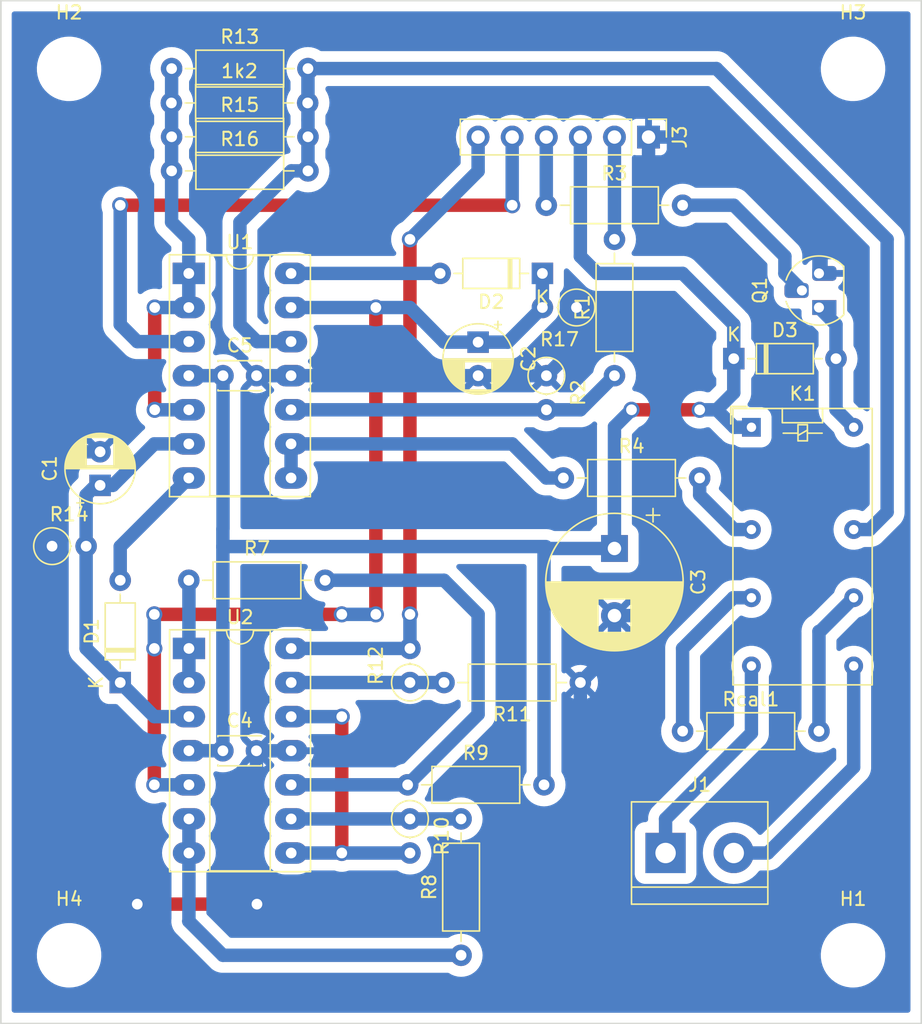
<source format=kicad_pcb>
(kicad_pcb (version 20211014) (generator pcbnew)

  (general
    (thickness 1.6)
  )

  (paper "A4")
  (layers
    (0 "F.Cu" signal)
    (31 "B.Cu" signal)
    (32 "B.Adhes" user "B.Adhesive")
    (33 "F.Adhes" user "F.Adhesive")
    (34 "B.Paste" user)
    (35 "F.Paste" user)
    (36 "B.SilkS" user "B.Silkscreen")
    (37 "F.SilkS" user "F.Silkscreen")
    (38 "B.Mask" user)
    (39 "F.Mask" user)
    (40 "Dwgs.User" user "User.Drawings")
    (41 "Cmts.User" user "User.Comments")
    (42 "Eco1.User" user "User.Eco1")
    (43 "Eco2.User" user "User.Eco2")
    (44 "Edge.Cuts" user)
    (45 "Margin" user)
    (46 "B.CrtYd" user "B.Courtyard")
    (47 "F.CrtYd" user "F.Courtyard")
    (48 "B.Fab" user)
    (49 "F.Fab" user)
    (50 "User.1" user)
    (51 "User.2" user)
    (52 "User.3" user)
    (53 "User.4" user)
    (54 "User.5" user)
    (55 "User.6" user)
    (56 "User.7" user)
    (57 "User.8" user)
    (58 "User.9" user)
  )

  (setup
    (stackup
      (layer "F.SilkS" (type "Top Silk Screen"))
      (layer "F.Paste" (type "Top Solder Paste"))
      (layer "F.Mask" (type "Top Solder Mask") (thickness 0.01))
      (layer "F.Cu" (type "copper") (thickness 0.035))
      (layer "dielectric 1" (type "core") (thickness 1.51) (material "FR4") (epsilon_r 4.5) (loss_tangent 0.02))
      (layer "B.Cu" (type "copper") (thickness 0.035))
      (layer "B.Mask" (type "Bottom Solder Mask") (thickness 0.01))
      (layer "B.Paste" (type "Bottom Solder Paste"))
      (layer "B.SilkS" (type "Bottom Silk Screen"))
      (copper_finish "None")
      (dielectric_constraints no)
    )
    (pad_to_mask_clearance 0)
    (pcbplotparams
      (layerselection 0x00010fc_ffffffff)
      (disableapertmacros false)
      (usegerberextensions false)
      (usegerberattributes true)
      (usegerberadvancedattributes true)
      (creategerberjobfile true)
      (svguseinch false)
      (svgprecision 6)
      (excludeedgelayer true)
      (plotframeref false)
      (viasonmask false)
      (mode 1)
      (useauxorigin false)
      (hpglpennumber 1)
      (hpglpenspeed 20)
      (hpglpendiameter 15.000000)
      (dxfpolygonmode true)
      (dxfimperialunits true)
      (dxfusepcbnewfont true)
      (psnegative false)
      (psa4output false)
      (plotreference true)
      (plotvalue true)
      (plotinvisibletext false)
      (sketchpadsonfab false)
      (subtractmaskfromsilk false)
      (outputformat 1)
      (mirror false)
      (drillshape 1)
      (scaleselection 1)
      (outputdirectory "")
    )
  )

  (net 0 "")
  (net 1 "GND")
  (net 2 "Net-(C2-Pad1)")
  (net 3 "VCC")
  (net 4 "Net-(D1-Pad2)")
  (net 5 "Net-(D2-Pad2)")
  (net 6 "Net-(D3-Pad2)")
  (net 7 "Net-(J1-Pad2)")
  (net 8 "+3.3V")
  (net 9 "relay_probe")
  (net 10 "freq_input")
  (net 11 "output")
  (net 12 "Net-(R13-Pad1)")
  (net 13 "Net-(Q1-Pad2)")
  (net 14 "Net-(R1-Pad1)")
  (net 15 "Net-(R4-Pad1)")
  (net 16 "Net-(R7-Pad1)")
  (net 17 "Net-(R7-Pad2)")
  (net 18 "Net-(R8-Pad1)")
  (net 19 "Net-(R10-Pad1)")
  (net 20 "Net-(R10-Pad2)")
  (net 21 "Net-(R11-Pad2)")
  (net 22 "Net-(K1-Pad13)")
  (net 23 "Net-(J1-Pad1)")
  (net 24 "Net-(C1-Pad1)")
  (net 25 "Net-(K1-Pad4)")
  (net 26 "Net-(K1-Pad6)")
  (net 27 "Net-(K1-Pad11)")

  (footprint "Resistor_THT:R_Axial_DIN0207_L6.3mm_D2.5mm_P10.16mm_Horizontal" (layer "F.Cu") (at 127 81.28 180))

  (footprint "Resistor_THT:R_Axial_DIN0207_L6.3mm_D2.5mm_P10.16mm_Horizontal" (layer "F.Cu") (at 96.52 38.1))

  (footprint "Resistor_THT:R_Axial_DIN0207_L6.3mm_D2.5mm_P10.16mm_Horizontal" (layer "F.Cu") (at 96.54 43.16))

  (footprint "Resistor_THT:R_Axial_DIN0207_L6.3mm_D2.5mm_P10.16mm_Horizontal" (layer "F.Cu") (at 114.13 88.9))

  (footprint "MountingHole:MountingHole_3.2mm_M3" (layer "F.Cu") (at 88.9 101.6))

  (footprint "Diode_THT:D_DO-35_SOD27_P7.62mm_Horizontal" (layer "F.Cu") (at 138.43 57.15))

  (footprint "MountingHole:MountingHole_3.2mm_M3" (layer "F.Cu") (at 147.32 101.6))

  (footprint "Package_DIP:DIP-14_W7.62mm_Socket_LongPads" (layer "F.Cu") (at 97.83 78.74))

  (footprint "Capacitor_THT:CP_Radial_D10.0mm_P5.00mm" (layer "F.Cu") (at 129.54 71.292323 -90))

  (footprint "Package_TO_SOT_THT:TO-92_HandSolder" (layer "F.Cu") (at 144.78 53.34 90))

  (footprint "Diode_THT:D_DO-35_SOD27_P7.62mm_Horizontal" (layer "F.Cu") (at 92.71 81.28 90))

  (footprint "Capacitor_THT:CP_Radial_D5.0mm_P2.50mm" (layer "F.Cu") (at 91.21 66.589 90))

  (footprint "Capacitor_THT:C_Disc_D3.0mm_W2.0mm_P2.50mm" (layer "F.Cu") (at 100.37 58.42))

  (footprint "Resistor_THT:R_Axial_DIN0207_L6.3mm_D2.5mm_P2.54mm_Vertical" (layer "F.Cu") (at 114.3 81.28 90))

  (footprint "Resistor_THT:R_Axial_DIN0207_L6.3mm_D2.5mm_P10.16mm_Horizontal" (layer "F.Cu") (at 96.54 35.54))

  (footprint "MountingHole:MountingHole_3.2mm_M3" (layer "F.Cu") (at 147.32 35.56))

  (footprint "Resistor_THT:R_Axial_DIN0207_L6.3mm_D2.5mm_P10.16mm_Horizontal" (layer "F.Cu") (at 134.62 84.9))

  (footprint "Capacitor_THT:C_Disc_D3.0mm_W2.0mm_P2.50mm" (layer "F.Cu") (at 100.36 86.365))

  (footprint "Resistor_THT:R_Axial_DIN0207_L6.3mm_D2.5mm_P2.54mm_Vertical" (layer "F.Cu") (at 114.3 91.44 -90))

  (footprint "Resistor_THT:R_Axial_DIN0207_L6.3mm_D2.5mm_P2.54mm_Vertical" (layer "F.Cu") (at 126.71 53.34 180))

  (footprint "Resistor_THT:R_Axial_DIN0207_L6.3mm_D2.5mm_P10.16mm_Horizontal" (layer "F.Cu") (at 97.82 73.66))

  (footprint "Resistor_THT:R_Axial_DIN0207_L6.3mm_D2.5mm_P2.54mm_Vertical" (layer "F.Cu") (at 124.47 58.42 -90))

  (footprint "Capacitor_THT:CP_Radial_D5.0mm_P2.50mm" (layer "F.Cu") (at 119.38 55.92 -90))

  (footprint "MountingHole:MountingHole_3.2mm_M3" (layer "F.Cu") (at 88.9 35.56))

  (footprint "TerminalBlock:TerminalBlock_bornier-2_P5.08mm" (layer "F.Cu") (at 133.35 93.98))

  (footprint "Resistor_THT:R_Axial_DIN0207_L6.3mm_D2.5mm_P10.16mm_Horizontal" (layer "F.Cu") (at 118.11 101.6 90))

  (footprint "Resistor_THT:R_Axial_DIN0207_L6.3mm_D2.5mm_P10.16mm_Horizontal" (layer "F.Cu") (at 125.73 66.04))

  (footprint "Resistor_THT:R_Axial_DIN0207_L6.3mm_D2.5mm_P10.16mm_Horizontal" (layer "F.Cu") (at 124.46 45.72))

  (footprint "Resistor_THT:R_Axial_DIN0207_L6.3mm_D2.5mm_P10.16mm_Horizontal" (layer "F.Cu") (at 96.54 40.62))

  (footprint "Relay_THT:Relay_DPDT_Omron_G5V-2" (layer "F.Cu") (at 139.7475 62.2625))

  (footprint "Resistor_THT:R_Axial_DIN0207_L6.3mm_D2.5mm_P10.16mm_Horizontal" (layer "F.Cu") (at 129.54 58.42 90))

  (footprint "Resistor_THT:R_Axial_DIN0207_L6.3mm_D2.5mm_P2.54mm_Vertical" (layer "F.Cu") (at 87.63 71.12))

  (footprint "Package_DIP:DIP-14_W7.62mm_Socket_LongPads" (layer "F.Cu") (at 97.82 50.8))

  (footprint "Diode_THT:D_DO-35_SOD27_P7.62mm_Horizontal" (layer "F.Cu") (at 124.17 50.8 180))

  (footprint "Connector_PinHeader_2.54mm:PinHeader_1x06_P2.54mm_Vertical" (layer "F.Cu") (at 132.08 40.64 -90))

  (gr_line (start 83.82 106.68) (end 83.82 30.48) (layer "Edge.Cuts") (width 0.1) (tstamp 454b2918-9662-4b95-ad4c-c545932cebe9))
  (gr_line (start 152.4 106.68) (end 83.82 106.68) (layer "Edge.Cuts") (width 0.1) (tstamp 6f310fa8-3974-4980-b5f9-f589e681d085))
  (gr_line (start 152.4 30.48) (end 152.4 106.68) (layer "Edge.Cuts") (width 0.1) (tstamp 9372db47-3d03-4fc4-9f28-5bfbf8824c2a))
  (gr_line (start 83.82 30.48) (end 152.4 30.48) (layer "Edge.Cuts") (width 0.1) (tstamp c6ca7a38-b273-4309-a47d-60465d2bb227))

  (segment (start 102.9 97.79) (end 93.98 97.79) (width 1) (layer "F.Cu") (net 1) (tstamp 65ae24bc-e672-4efd-9ff6-5e54c895baaf))
  (via (at 93.98 97.79) (size 1.2) (drill 0.8) (layers "F.Cu" "B.Cu") (net 1) (tstamp 37fcf46f-6f5c-42c9-95fe-2f80d4fa0df5))
  (via (at 102.9 97.79) (size 1.2) (drill 0.8) (layers "F.Cu" "B.Cu") (net 1) (tstamp a46cdab3-39a7-4a8b-9c59-43c3ff08a32d))
  (segment (start 139.7 53.34) (end 142.24 55.88) (width 1) (layer "B.Cu") (net 1) (tstamp 020e4b2d-5787-4042-971e-e621ab0bfb15))
  (segment (start 142.24 55.88) (end 142.24 64.77) (width 1) (layer "B.Cu") (net 1) (tstamp 10c50364-c090-455b-bba5-3b909ae1b25c))
  (segment (start 133.35 63.5) (end 133.35 74.93) (width 1) (layer "B.Cu") (net 1) (tstamp 1cd3c262-1efa-48c2-9b0d-7b81c35be3ff))
  (segment (start 127 91.44) (end 127 81.28) (width 1) (layer "B.Cu") (net 1) (tstamp 1d41bfde-8a89-4ec5-b6fe-31e0ec12a9e7))
  (segment (start 93.98 97.79) (end 92.71 96.52) (width 1) (layer "B.Cu") (net 1) (tstamp 1e02f477-7960-4139-b8b9-7345d0fdf970))
  (segment (start 127 55.89) (end 127 55.88) (width 1) (layer "B.Cu") (net 1) (tstamp 20c61efd-b3ba-4b82-b0d6-41757e8f0cb8))
  (segment (start 124.47 58.42) (end 127 55.89) (width 1) (layer "B.Cu") (net 1) (tstamp 220878b8-f87a-4132-b8a7-127b22899858))
  (segment (start 138.43 64.77) (end 137.16 63.5) (width 1) (layer "B.Cu") (net 1) (tstamp 26a88bdc-02e3-4fcd-80f0-2ad1ee37cbb7))
  (segment (start 133.35 62.865) (end 133.35 63.5) (width 1) (layer "B.Cu") (net 1) (tstamp 2b54b0c1-e49e-49f8-a2e9-2d1b38f4a120))
  (segment (start 133.35 74.93) (end 131.987677 76.292323) (width 1) (layer "B.Cu") (net 1) (tstamp 2e5adc99-c5ac-46ae-be05-b5496b2f3c0f))
  (segment (start 133.35 48.26) (end 137.16 48.26) (width 1) (layer "B.Cu") (net 1) (tstamp 2fc5c943-ad1e-4ae4-b497-17b25c1c6a51))
  (segment (start 142.24 64.77) (end 138.43 64.77) (width 1) (layer "B.Cu") (net 1) (tstamp 4085f72f-190b-4bcf-81bc-a002c647c6b1))
  (segment (start 105.445 86.365) (end 105.45 86.36) (width 1) (layer "B.Cu") (net 1) (tstamp 4303ce52-9769-41b1-a7c0-bf0b9bde0ab2))
  (segment (start 129.54 78.74) (end 129.54 76.292323) (width 1) (layer "B.Cu") (net 1) (tstamp 44eb6e57-95ea-4af9-8ce5-5877afe6c05a))
  (segment (start 139.7 50.8) (end 139.7 53.34) (width 1) (layer "B.Cu") (net 1) (tstamp 49700d89-782d-45fd-8d50-469432066a48))
  (segment (start 92.71 87.63) (end 92.71 96.52) (width 1) (layer "B.Cu") (net 1) (tstamp 4c532325-b9f2-4daf-8537-cb739158eb84))
  (segment (start 127 55.88) (end 130.81 55.88) (width 1) (layer "B.Cu") (net 1) (tstamp 55704a49-d43f-44b6-99bd-ed71bcedd561))
  (segment (start 101.63 96.52) (end 102.9 97.79) (width 1) (layer "B.Cu") (net 1) (tstamp 560cce4e-ab7a-4638-8ced-4572160bbe5f))
  (segment (start 89.581 64.089) (end 91.21 64.089) (width 1) (layer "B.Cu") (net 1) (tstamp 56540d01-ad17-41cf-8ee2-5ea0687e9d2c))
  (segment (start 132.08 40.64) (end 137.16 40.64) (width 1) (layer "B.Cu") (net 1) (tstamp 638857a9-8c9e-49c5-9b76-5f25acc1a025))
  (segment (start 102.9 97.79) (end 120.65 97.79) (width 1) (layer "B.Cu") (net 1) (tstamp 6636d4c9-b5d7-4f3f-8f02-a38562174730))
  (segment (start 137.16 48.26) (end 139.7 50.8) (width 1) (layer "B.Cu") (net 1) (tstamp 66412122-234d-4baa-9154-4c05518b186d))
  (segment (start 102.86 87.67) (end 101.63 88.9) (width 1) (layer "B.Cu") (net 1) (tstamp 693b36f5-3f31-4b2e-8566-436a63c46d59))
  (segment (start 102.86 86.365) (end 105.445 86.365) (width 1) (layer "B.Cu") (net 1) (tstamp 6be9c9de-4661-49ec-bbee-7cd9f081cdeb))
  (segment (start 130.81 55.88) (end 133.35 58.42) (width 1) (layer "B.Cu") (net 1) (tstamp 74554c45-a8aa-4285-bb4e-6c2b6da0fe9f))
  (segment (start 102.86 86.365) (end 102.86 87.67) (width 1) (layer "B.Cu") (net 1) (tstamp 7f39fc8b-fc2e-417a-8ba5-f366a2d7472f))
  (segment (start 132.08 46.99) (end 133.35 48.26) (width 1) (layer "B.Cu") (net 1) (tstamp 8020ffa5-d6e1-4817-b2af-9c1b8aeeb5a0))
  (segment (start 137.16 63.5) (end 133.35 63.5) (width 1) (layer "B.Cu") (net 1) (tstamp 841f4a43-d480-44e6-84bf-1aa74c984986))
  (segment (start 131.987677 76.292323) (end 129.54 76.292323) (width 1) (layer "B.Cu") (net 1) (tstamp 894066c7-48df-400f-b2a5-7dd30917c1b4))
  (segment (start 124.47 58.42) (end 105.44 58.42) (width 1) (layer "B.Cu") (net 1) (tstamp 8cab4e8c-bf70-4558-b7ea-f4f19482a78a))
  (segment (start 129.54 78.74) (end 127 81.28) (width 1) (layer "B.Cu") (net 1) (tstamp 97b65063-3f94-44e5-97a9-6c6025138ef8))
  (segment (start 133.35 58.42) (end 133.35 62.865) (width 1) (layer "B.Cu") (net 1) (tstamp aac08119-8c5f-4181-90de-b702b3735dda))
  (segment (start 87.63 82.55) (end 87.63 66.04) (width 1) (layer "B.Cu") (net 1) (tstamp af223d2f-31f2-4b53-92a3-252a327d51b2))
  (segment (start 120.65 97.79) (end 127 91.44) (width 1) (layer "B.Cu") (net 1) (tstamp bef62dd0-8252-45cd-8c2e-14af87d12dd3))
  (segment (start 102.87 58.42) (end 105.44 58.42) (width 1) (layer "B.Cu") (net 1) (tstamp c8e336eb-b8f6-4af4-ad36-e7a3a882e356))
  (segment (start 87.63 82.55) (end 92.71 87.63) (width 1) (layer "B.Cu") (net 1) (tstamp d9fe2d1d-a5cf-4055-b985-aac5afe82143))
  (segment (start 87.63 66.04) (end 89.581 64.089) (width 1) (layer "B.Cu") (net 1) (tstamp e1a9306f-83e6-4571-9a22-7303533b8000))
  (segment (start 132.08 40.64) (end 132.08 46.99) (width 1) (layer "B.Cu") (net 1) (tstamp e4d59cb3-5a2b-407e-9d35-7c0d78050a82))
  (segment (start 101.63 88.9) (end 101.63 96.52) (width 1) (layer "B.Cu") (net 1) (tstamp f33e451d-48da-47e0-bba5-225151949bb6))
  (segment (start 144.78 48.26) (end 144.78 50.8) (width 1) (layer "B.Cu") (net 1) (tstamp f73bc53f-3b19-47cf-a1fc-d0073ca0d92f))
  (segment (start 137.16 40.64) (end 144.78 48.26) (width 1) (layer "B.Cu") (net 1) (tstamp ff5f6322-1eb2-49d4-b3e8-3e2d158ee3db))
  (segment (start 109.22 76.2) (end 95.25 76.2) (width 1) (layer "F.Cu") (net 2) (tstamp 1dac5723-14f1-46ff-9907-85568449744c))
  (segment (start 111.76 53.34) (end 111.76 76.2) (width 1) (layer "F.Cu") (net 2) (tstamp 3e431422-57b3-4440-90c7-503a5ffbb56c))
  (segment (start 95.25 78.74) (end 95.25 88.9) (width 1) (layer "F.Cu") (net 2) (tstamp a0ea029b-4f24-4e2e-ae9a-941b194148d5))
  (via (at 109.22 76.2) (size 1.2) (drill 0.8) (layers "F.Cu" "B.Cu") (net 2) (tstamp 5cc1f4d0-69ee-4411-85e5-b648f60e68d0))
  (via (at 111.76 76.2) (size 1.2) (drill 0.8) (layers "F.Cu" "B.Cu") (net 2) (tstamp 8b15b899-f636-4295-8f1e-e788dedc5e76))
  (via (at 95.25 76.2) (size 1.2) (drill 0.8) (layers "F.Cu" "B.Cu") (net 2) (tstamp 8fe6b744-fe7f-4248-895f-25d3980543cd))
  (via (at 111.76 53.34) (size 1.2) (drill 0.8) (layers "F.Cu" "B.Cu") (net 2) (tstamp 96fd1e17-5e64-4970-916a-2fa813504e38))
  (via (at 95.25 88.9) (size 1.2) (drill 0.8) (layers "F.Cu" "B.Cu") (net 2) (tstamp a1e05000-66da-4231-a5d6-9e4df511cf7f))
  (via (at 95.25 78.74) (size 1.2) (drill 0.8) (layers "F.Cu" "B.Cu") (net 2) (tstamp e08bdd92-6be2-4c7f-adb3-290214912524))
  (segment (start 95.25 76.2) (end 95.25 78.74) (width 1) (layer "B.Cu") (net 2) (tstamp 0ba6b04a-96a6-4be1-956e-4fb191ac8819))
  (segment (start 124.17 53.34) (end 124.17 50.8) (width 1) (layer "B.Cu") (net 2) (tstamp 231ca5f5-2c9e-4b7b-ac26-3f36beb5f299))
  (segment (start 111.76 53.34) (end 105.44 53.34) (width 1) (layer "B.Cu") (net 2) (tstamp 2d4c606f-15f2-4d04-930c-581207533d57))
  (segment (start 111.76 53.34) (end 114.3 53.34) (width 1) (layer "B.Cu") (net 2) (tstamp 534f6b59-92ad-412b-b6e6-445918bbfeda))
  (segment (start 111.76 76.2) (end 109.22 76.2) (width 1) (layer "B.Cu") (net 2) (tstamp 66e9b452-df10-4239-b0fe-4fd183a9473f))
  (segment (start 119.38 55.92) (end 121.59 55.92) (width 1) (layer "B.Cu") (net 2) (tstamp 70dae736-3394-4ad5-94ab-abb68736e0a4))
  (segment (start 114.3 53.34) (end 116.85 55.92) (width 1) (layer "B.Cu") (net 2) (tstamp 754583a3-066e-4c85-8ad8-f9d463be082f))
  (segment (start 116.85 55.92) (end 119.38 55.92) (width 1) (layer "B.Cu") (net 2) (tstamp 8cca0e8b-09ea-46de-963a-9755aa8b00ea))
  (segment (start 121.59 55.92) (end 124.17 53.34) (width 1) (layer "B.Cu") (net 2) (tstamp 92c45e81-4811-4630-bea4-9e356fe209db))
  (segment (start 97.83 88.9) (end 95.25 88.9) (width 1) (layer "B.Cu") (net 2) (tstamp b2e037f9-3a9c-4741-9b42-25d76841109f))
  (segment (start 130.81 60.96) (end 135.89 60.96) (width 1) (layer "F.Cu") (net 3) (tstamp ee04562a-383a-4d25-8a43-2eab3657794f))
  (via (at 135.89 60.96) (size 1.2) (drill 0.8) (layers "F.Cu" "B.Cu") (net 3) (tstamp 3262ef24-d6dd-43a2-952e-0ba155dfeecc))
  (via (at 130.81 60.96) (size 1.2) (drill 0.8) (layers "F.Cu" "B.Cu") (net 3) (tstamp a065b29f-7d5c-42a8-99b6-33497d4a7f2d))
  (segment (start 100.37 58.42) (end 97.82 58.42) (width 1) (layer "B.Cu") (net 3) (tstamp 05097efa-849b-4c13-9558-3f9e2189779a))
  (segment (start 135.89 60.96) (end 137.16 60.96) (width 1) (layer "B.Cu") (net 3) (tstamp 0d8f781e-9468-4f53-97d0-837e802b195a))
  (segment (start 100.37 58.42) (end 100.37 69.84) (width 1) (layer "B.Cu") (net 3) (tstamp 2645e17a-56d3-4838-8e3e-779bebaf9c11))
  (segment (start 139.7475 62.2625) (end 138.4625 62.2625) (width 1) (layer "B.Cu") (net 3) (tstamp 31e8a603-f5da-455e-9958-1cfa9c66027d))
  (segment (start 97.83 86.36) (end 100.355 86.36) (width 1) (layer "B.Cu") (net 3) (tstamp 5beca7ce-8442-4638-8ea4-34a5d519d2d9))
  (segment (start 134.62 50.8) (end 138.43 54.61) (width 1) (layer "B.Cu") (net 3) (tstamp 67177a0c-523d-4a2a-ad3a-3e966c2ed53e))
  (segment (start 138.4625 62.2625) (end 137.16 60.96) (width 1) (layer "B.Cu") (net 3) (tstamp 6d1f99f2-f476-4355-8c9f-5510f4e863d8))
  (segment (start 128.27 50.8) (end 134.62 50.8) (width 1) (layer "B.Cu") (net 3) (tstamp 8e31853d-bc09-4fe6-a7f3-762105ec8088))
  (segment (start 100.36 71.15) (end 100.36 69.85) (width 1) (layer "B.Cu") (net 3) (tstamp aca4669e-9185-4d16-bbb6-00b64f234067))
  (segment (start 124.29 88.9) (end 124.29 71.29) (width 1) (layer "B.Cu") (net 3) (tstamp bbbd0237-eecd-4deb-a9bd-4daa13d58749))
  (segment (start 127 40.64) (end 127 49.53) (width 1) (layer "B.Cu") (net 3) (tstamp c2a1bfb5-b0c1-4bb0-b3ff-b9b2278cd34f))
  (segment (start 124.292323 71.292323) (end 124.29 71.29) (width 1) (layer "B.Cu") (net 3) (tstamp c962cbb1-75f6-4544-9ec2-df4f9527572d))
  (segment (start 100.36 86.020354) (end 100.36 71.15) (width 1) (layer "B.Cu") (net 3) (tstamp cfb7851f-f212-4564-9fb9-8220909ca9b8))
  (segment (start 129.54 62.23) (end 129.54 71.292323) (width 1) (layer "B.Cu") (net 3) (tstamp da9fff9d-b76f-4dc3-a6ce-703d1a4e36cb))
  (segment (start 138.43 54.61) (end 138.43 57.15) (width 1) (layer "B.Cu") (net 3) (tstamp dcd38714-3e6a-404d-bb8c-76b90a49a863))
  (segment (start 129.54 62.23) (end 130.81 60.96) (width 1) (layer "B.Cu") (net 3) (tstamp e06bbc48-e92c-4335-9d75-d7bfb4ded14c))
  (segment (start 138.43 57.15) (end 138.43 59.69) (width 1) (layer "B.Cu") (net 3) (tstamp e2310bbb-f6f5-4d05-a4fe-ab66c60fe42e))
  (segment (start 124.43 71.15) (end 100.36 71.15) (width 1) (layer "B.Cu") (net 3) (tstamp ece18ed2-cc2c-43fb-9656-7faf27c0b476))
  (segment (start 127 49.53) (end 128.27 50.8) (width 1) (layer "B.Cu") (net 3) (tstamp eeb34398-5841-4fb3-9ea7-eadb4d9f93f6))
  (segment (start 129.54 71.292323) (end 124.292323 71.292323) (width 1) (layer "B.Cu") (net 3) (tstamp ef2689f8-d9ad-409a-b858-4c801de81bcf))
  (segment (start 137.16 60.96) (end 138.43 59.69) (width 1) (layer "B.Cu") (net 3) (tstamp f3a8563f-2e6d-4bc0-a51d-6c0647939ba0))
  (segment (start 100.355 86.36) (end 100.36 86.365) (width 1) (layer "B.Cu") (net 3) (tstamp f6883890-a207-40dd-861d-17aa69a2077d))
  (segment (start 92.71 71.15) (end 97.82 66.04) (width 1) (layer "B.Cu") (net 4) (tstamp 1cd4674d-7405-4733-9e63-544f3450a337))
  (segment (start 92.71 73.66) (end 92.71 71.15) (width 1) (layer "B.Cu") (net 4) (tstamp 3e97390b-b9f3-4882-b3a1-a04849db44a8))
  (segment (start 116.55 50.8) (end 105.44 50.8) (width 1) (layer "B.Cu") (net 5) (tstamp 27d0bcaf-9ad0-434b-b654-bc80697496e6))
  (segment (start 146.05 60.945) (end 147.3675 62.2625) (width 1) (layer "B.Cu") (net 6) (tstamp 58d4d1b6-8d0d-412b-a592-02ba6ede76b9))
  (segment (start 146.05 57.15) (end 146.05 54.61) (width 1) (layer "B.Cu") (net 6) (tstamp a3f2ef6d-400c-446c-ad08-801bd94b510a))
  (segment (start 146.05 57.15) (end 146.05 60.945) (width 1) (layer "B.Cu") (net 6) (tstamp b7ef8e07-03dd-43d4-958f-0e4321934b8e))
  (segment (start 146.05 54.61) (end 144.78 53.34) (width 1) (layer "B.Cu") (net 6) (tstamp f7685d7f-a898-437a-bb69-d72ea05f5cb9))
  (segment (start 138.43 93.98) (end 140.97 93.98) (width 1) (layer "B.Cu") (net 7) (tstamp 5c969d8a-fb81-47d4-8581-a47ff1eace2f))
  (segment (start 147.3675 87.5825) (end 147.3675 80.0425) (width 1) (layer "B.Cu") (net 7) (tstamp a16900bf-6767-4699-9247-eb9016473547))
  (segment (start 140.97 93.98) (end 147.3675 87.5825) (width 1) (layer "B.Cu") (net 7) (tstamp df9177df-0abe-4f85-9614-96d1f3db2731))
  (segment (start 129.54 48.26) (end 129.54 40.64) (width 1) (layer "B.Cu") (net 8) (tstamp 9e7fdfba-bf8d-44d2-8229-e11d6281b255))
  (segment (start 124.46 45.72) (end 124.46 40.64) (width 1) (layer "B.Cu") (net 9) (tstamp 31dd884d-b612-4c2d-844b-12e28665a8e7))
  (segment (start 121.92 45.72) (end 92.71 45.72) (width 1) (layer "F.Cu") (net 10) (tstamp 7f0c09b9-4636-4aaa-a347-dd82a1fdaa04))
  (via (at 92.71 45.72) (size 1.2) (drill 0.8) (layers "F.Cu" "B.Cu") (net 10) (tstamp 34172b96-f614-4770-9123-0ac27d013573))
  (via (at 121.92 45.72) (size 1.2) (drill 0.8) (layers "F.Cu" "B.Cu") (net 10) (tstamp b00db934-05b2-4d03-ab4a-321919a1a792))
  (segment (start 121.92 45.72) (end 121.92 40.64) (width 1) (layer "B.Cu") (net 10) (tstamp 87181249-b8e4-4c89-b9e5-6ccd82b2c089))
  (segment (start 97.82 55.88) (end 93.98 55.88) (width 1) (layer "B.Cu") (net 10) (tstamp 957e7e11-20fb-42ae-bc41-c95ef5d15098))
  (segment (start 93.98 55.88) (end 92.71 54.61) (width 1) (layer "B.Cu") (net 10) (tstamp c416ea08-be4a-4487-90ae-09afc541331f))
  (segment (start 92.71 54.61) (end 92.71 45.72) (width 1) (layer "B.Cu") (net 10) (tstamp c673bb06-f8ee-4258-983e-460192248746))
  (segment (start 114.3 48.26) (end 114.3 76.2) (width 1) (layer "F.Cu") (net 11) (tstamp c5ea232d-de75-4c32-898d-45ada113bfef))
  (via (at 114.3 76.2) (size 1.2) (drill 0.8) (layers "F.Cu" "B.Cu") (net 11) (tstamp 25dd14e2-284a-4597-9b8b-3a204c51ab3a))
  (via (at 114.3 48.26) (size 1.2) (drill 0.8) (layers "F.Cu" "B.Cu") (net 11) (tstamp 32a43c6c-2380-44a0-bf2e-5125f4720852))
  (segment (start 114.3 76.2) (end 114.3 78.74) (width 1) (layer "B.Cu") (net 11) (tstamp 3e85a44e-5673-440e-af0b-9ac7379c2f05))
  (segment (start 119.38 43.18) (end 114.3 48.26) (width 1) (layer "B.Cu") (net 11) (tstamp 90b64d00-4d73-4363-adf2-a29da60c8ef1))
  (segment (start 119.38 40.64) (end 119.38 43.18) (width 1) (layer "B.Cu") (net 11) (tstamp b804dbac-a625-4f66-b5a2-bd2a14258903))
  (segment (start 114.3 78.74) (end 105.45 78.74) (width 1) (layer "B.Cu") (net 11) (tstamp c58b8546-8129-4075-920f-2be3a12e4f65))
  (segment (start 95.28 60.96) (end 95.28 53.34) (width 1) (layer "F.Cu") (net 12) (tstamp 626b306d-f880-469b-a264-90c2addb64d7))
  (via (at 95.28 53.34) (size 1.2) (drill 0.8) (layers "F.Cu" "B.Cu") (net 12) (tstamp 4c4d555e-a4de-4cf4-bc3f-e0350910d06c))
  (via (at 95.28 60.96) (size 1.2) (drill 0.8) (layers "F.Cu" "B.Cu") (net 12) (tstamp abdce51e-2891-4e9c-be9e-f2abcd4189fa))
  (segment (start 96.54 40.62) (end 96.54 43.16) (width 1) (layer "B.Cu") (net 12) (tstamp 1d9d4b82-2045-4652-bfd4-be07743b4eb8))
  (segment (start 97.82 50.8) (end 97.82 53.34) (width 1) (layer "B.Cu") (net 12) (tstamp 3340e314-70f2-4379-bd68-8fe11b3acd6b))
  (segment (start 97.82 48.26) (end 96.54 46.98) (width 1) (layer "B.Cu") (net 12) (tstamp 44d12362-06d8-437d-8015-b03b88fdb393))
  (segment (start 96.54 35.54) (end 96.54 38.08) (width 1) (layer "B.Cu") (net 12) (tstamp 5d30fe56-3846-4458-9aa1-5cd4a04eaff4))
  (segment (start 95.28 53.34) (end 97.82 53.34) (width 1) (layer "B.Cu") (net 12) (tstamp 5d519fe8-fc77-499c-b1e9-e394526dd297))
  (segment (start 96.54 46.98) (end 96.54 43.16) (width 1) (layer "B.Cu") (net 12) (tstamp 6d43ac0a-3d96-415c-aee4-4f38c35e8a29))
  (segment (start 97.82 60.96) (end 95.28 60.96) (width 1) (layer "B.Cu") (net 12) (tstamp 89b64cc0-6a50-4ab6-af12-2510fd1a7bfe))
  (segment (start 96.54 38.08) (end 96.54 40.62) (width 1) (layer "B.Cu") (net 12) (tstamp 94bf2f9b-af48-4990-9fda-b3dc993e69ed))
  (segment (start 97.82 50.8) (end 97.82 48.26) (width 1) (layer "B.Cu") (net 12) (tstamp dba5cf4c-3155-44e1-a9c4-ab35e2ff34e4))
  (segment (start 138.43 45.72) (end 142.24 49.53) (width 1) (layer "B.Cu") (net 13) (tstamp 85946a7b-58b7-4efa-ab72-6cf68cf0cf27))
  (segment (start 134.62 45.72) (end 138.43 45.72) (width 1) (layer "B.Cu") (net 13) (tstamp c0286ad5-e3e8-4bea-9c56-3b484b0c5a5c))
  (segment (start 142.24 50.8) (end 143.51 52.07) (width 1) (layer "B.Cu") (net 13) (tstamp cb9a328d-41f5-44a3-997c-56dcc31523ad))
  (segment (start 142.24 49.53) (end 142.24 50.8) (width 1) (layer "B.Cu") (net 13) (tstamp cd0e1484-1943-4614-84cc-347eefd4f8b3))
  (segment (start 127 60.96) (end 129.54 58.42) (width 1) (layer "B.Cu") (net 14) (tstamp 525d5bae-e044-4e5a-829c-318a13a8e077))
  (segment (start 124.47 60.96) (end 127 60.96) (width 1) (layer "B.Cu") (net 14) (tstamp 79f4e45b-8855-4bf8-878d-8bfea14aa243))
  (segment (start 105.44 60.96) (end 124.47 60.96) (width 1) (layer "B.Cu") (net 14) (tstamp eb5b9abc-ba73-43f0-851e-caf38ff21eb6))
  (segment (start 124.46 66.04) (end 125.73 66.04) (width 1) (layer "B.Cu") (net 15) (tstamp 615f3d8a-5913-4b78-996b-60ec705cfcf7))
  (segment (start 105.44 63.5) (end 105.44 66.04) (width 1) (layer "B.Cu") (net 15) (tstamp 6305bef7-b996-4aea-90a7-2c53e2ae9599))
  (segment (start 105.44 63.5) (end 121.92 63.5) (width 1) (layer "B.Cu") (net 15) (tstamp 636ed017-03b3-40aa-9598-9fb31b4cd3e5))
  (segment (start 121.92 63.5) (end 124.46 66.04) (width 1) (layer "B.Cu") (net 15) (tstamp 9947a607-c513-4d36-ad28-3c15f2088303))
  (segment (start 97.83 73.67) (end 97.82 73.66) (width 1) (layer "B.Cu") (net 16) (tstamp 34d4b183-f081-4f9f-a44b-7e747494a372))
  (segment (start 97.83 78.74) (end 97.83 73.67) (width 1) (layer "B.Cu") (net 16) (tstamp ca6795ce-51c8-4fdb-bfef-d26bfeb565c9))
  (segment (start 97.83 81.28) (end 97.83 78.74) (width 1) (layer "B.Cu") (net 16) (tstamp cc4f3116-5d4f-4210-a69a-9c8e25b7dd27))
  (segment (start 119.38 76.2) (end 119.38 83.65) (width 1) (layer "B.Cu") (net 17) (tstamp 734c082c-5ab3-44ad-b386-7e77140ea2f8))
  (segment (start 105.45 88.9) (end 114.13 88.9) (width 1) (layer "B.Cu") (net 17) (tstamp 8f1ac3da-1508-4443-b795-2077e546e8c0))
  (segment (start 116.84 73.66) (end 119.38 76.2) (width 1) (layer "B.Cu") (net 17) (tstamp b8b04ed0-ee46-4036-9181-9cd16d8fa11d))
  (segment (start 119.38 83.65) (end 114.13 88.9) (width 1) (layer "B.Cu") (net 17) (tstamp cb28c6d4-717c-4558-9c86-ec39ec3f9f20))
  (segment (start 107.98 73.66) (end 116.84 73.66) (width 1) (layer "B.Cu") (net 17) (tstamp eb3e0024-11e5-4651-b855-2be194000f3e))
  (segment (start 100.36 101.6) (end 97.82 99.06) (width 1) (layer "B.Cu") (net 18) (tstamp 33539953-d6d9-4ba5-af2a-f591bab16c21))
  (segment (start 97.83 93.98) (end 97.83 91.44) (width 1) (layer "B.Cu") (net 18) (tstamp 53d2efef-6302-4f48-8af1-d042b0a3fdb7))
  (segment (start 97.83 99.05) (end 97.83 93.98) (width 1) (layer "B.Cu") (net 18) (tstamp 628bf6d4-c08d-49fc-a4fb-3545cc512ba4))
  (segment (start 97.82 99.06) (end 97.83 99.05) (width 1) (layer "B.Cu") (net 18) (tstamp 9a4d1839-e8e9-4179-bb2e-ce622026228f))
  (segment (start 118.11 101.6) (end 100.36 101.6) (width 1) (layer "B.Cu") (net 18) (tstamp a0805f04-3059-4d9b-9f62-4aff971a7c72))
  (segment (start 114.3 91.
... [239222 chars truncated]
</source>
